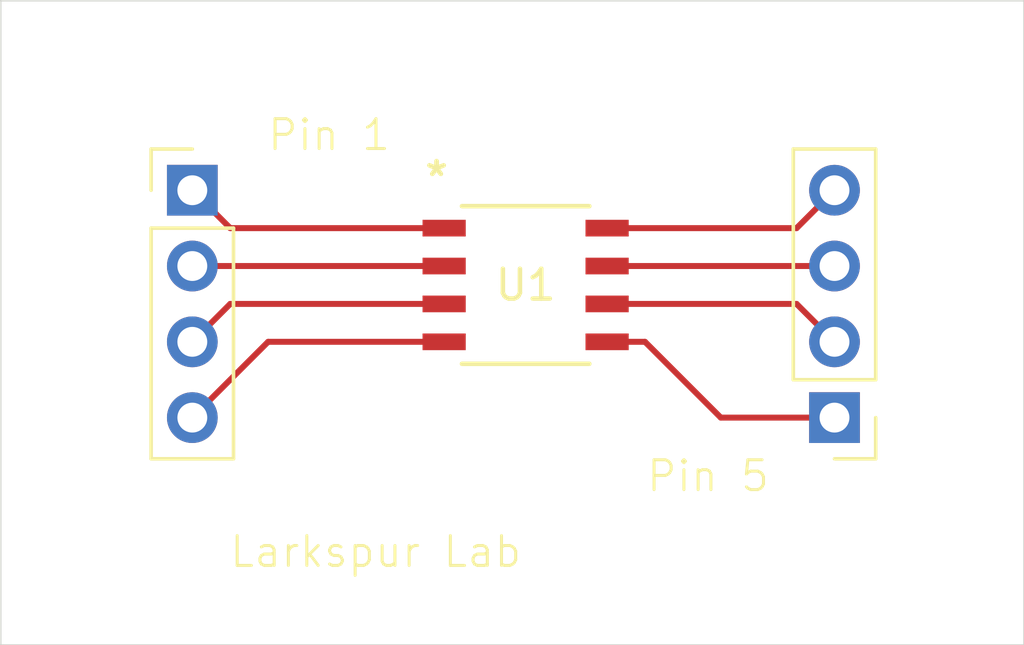
<source format=kicad_pcb>
(kicad_pcb (version 20241229) (generator "pcbnew") (generator_version "9.0")
  (layers (0 "F.Cu" signal) (2 "B.Cu" signal) (13 "F.Paste" user) (15 "B.Paste" user) (5 "F.SilkS" user "F.Silkscreen") (7 "B.SilkS" user "B.Silkscreen") (1 "F.Mask" user) (3 "B.Mask" user) (25 "Edge.Cuts" user))
  (net 0 "")
  (net 1 "Net-(J1-Pin_2)")
  (net 2 "Net-(J1-Pin_3)")
  (net 3 "Net-(J1-Pin_1)")
  (net 4 "Net-(J1-Pin_4)")
  (net 5 "Net-(J2-Pin_1)")
  (net 6 "Net-(J2-Pin_2)")
  (net 7 "Net-(J2-Pin_4)")
  (net 8 "Net-(J2-Pin_3)")
  (footprint "Connector_PinHeader_2.54mm:PinHeader_1x04_P2.54mm_Vertical" (layer "F.Cu") (at 163.83 92.71 180)
    (property "Reference" "J2" (hide yes))
    (property "Value" "Conn_01x04_Pin" (hide yes))
    (fp_line (start 1.38 1.27) (end 1.38 9) (stroke (width 0.12)) (layer "F.SilkS"))
    (fp_line (start -1.38 9) (end 1.38 9) (stroke (width 0.12)) (layer "F.SilkS"))
    (fp_line (start -1.38 1.27) (end 1.38 1.27) (stroke (width 0.12)) (layer "F.SilkS"))
    (fp_line (start -1.38 1.27) (end -1.38 9) (stroke (width 0.12)) (layer "F.SilkS"))
    (fp_line (start -1.38 0) (end -1.38 -1.38) (stroke (width 0.12)) (layer "F.SilkS"))
    (fp_line (start -1.38 -1.38) (end 0 -1.38) (stroke (width 0.12)) (layer "F.SilkS"))
    (pad "1" thru_hole rect (at 0 0 180) (size 1.7 1.7) (drill 1) (layers "*.Cu" "*.Mask") (net 5 "Net-(J2-Pin_1)"))
    (pad "2" thru_hole circle (at 0 2.54 180) (size 1.7 1.7) (drill 1) (layers "*.Cu" "*.Mask") (net 6 "Net-(J2-Pin_2)"))
    (pad "3" thru_hole circle (at 0 5.08 180) (size 1.7 1.7) (drill 1) (layers "*.Cu" "*.Mask") (net 8 "Net-(J2-Pin_3)"))
    (pad "4" thru_hole circle (at 0 7.62 180) (size 1.7 1.7) (drill 1) (layers "*.Cu" "*.Mask") (net 7 "Net-(J2-Pin_4)"))
  )
  (footprint "MX25V5126FM1I:8-SOP_MX25V_M1_MAC" (layer "F.Cu") (at 153.4795 88.265)
    (property "Reference" "U1" (at 0 0 0) (layer "F.SilkS"))
    (property "Value" "MX25V5126FM1I" (hide yes))
    (fp_line (start -2.1336 2.6416) (end 2.1336 2.6416) (stroke (width 0.1524)) (layer "F.SilkS"))
    (fp_line (start 2.1336 -2.6416) (end -2.1336 -2.6416) (stroke (width 0.1524)) (layer "F.SilkS"))
    (fp_text user "*" (at -2.9845 -3.6068 0) (layer "F.SilkS"))
    (fp_text user "*" (at -2.9845 -3.6068 0) (layer "F.SilkS"))
    (pad "1" smd rect (at -2.7305 -1.905) (size 1.4478 0.5588) (layers "F.Cu" "F.Mask" "F.Paste") (net 3 "Net-(J1-Pin_1)"))
    (pad "2" smd rect (at -2.7305 -0.635) (size 1.4478 0.5588) (layers "F.Cu" "F.Mask" "F.Paste") (net 1 "Net-(J1-Pin_2)"))
    (pad "3" smd rect (at -2.7305 0.635) (size 1.4478 0.5588) (layers "F.Cu" "F.Mask" "F.Paste") (net 2 "Net-(J1-Pin_3)"))
    (pad "4" smd rect (at -2.7305 1.905) (size 1.4478 0.5588) (layers "F.Cu" "F.Mask" "F.Paste") (net 4 "Net-(J1-Pin_4)"))
    (pad "5" smd rect (at 2.7305 1.905) (size 1.4478 0.5588) (layers "F.Cu" "F.Mask" "F.Paste") (net 5 "Net-(J2-Pin_1)"))
    (pad "6" smd rect (at 2.7305 0.635) (size 1.4478 0.5588) (layers "F.Cu" "F.Mask" "F.Paste") (net 6 "Net-(J2-Pin_2)"))
    (pad "7" smd rect (at 2.7305 -0.635) (size 1.4478 0.5588) (layers "F.Cu" "F.Mask" "F.Paste") (net 8 "Net-(J2-Pin_3)"))
    (pad "8" smd rect (at 2.7305 -1.905) (size 1.4478 0.5588) (layers "F.Cu" "F.Mask" "F.Paste") (net 7 "Net-(J2-Pin_4)"))
  )
  (footprint "Connector_PinHeader_2.54mm:PinHeader_1x04_P2.54mm_Vertical" (layer "F.Cu") (at 142.3099 85.09)
    (property "Reference" "J1" (hide yes))
    (property "Value" "Conn_01x04_Pin" (hide yes))
    (fp_line (start -1.38 -1.38) (end 0 -1.38) (stroke (width 0.12)) (layer "F.SilkS"))
    (fp_line (start -1.38 0) (end -1.38 -1.38) (stroke (width 0.12)) (layer "F.SilkS"))
    (fp_line (start -1.38 1.27) (end -1.38 9) (stroke (width 0.12)) (layer "F.SilkS"))
    (fp_line (start -1.38 1.27) (end 1.38 1.27) (stroke (width 0.12)) (layer "F.SilkS"))
    (fp_line (start -1.38 9) (end 1.38 9) (stroke (width 0.12)) (layer "F.SilkS"))
    (fp_line (start 1.38 1.27) (end 1.38 9) (stroke (width 0.12)) (layer "F.SilkS"))
    (pad "1" thru_hole rect (at 0 0) (size 1.7 1.7) (drill 1) (layers "*.Cu" "*.Mask") (net 3 "Net-(J1-Pin_1)"))
    (pad "2" thru_hole circle (at 0 2.54) (size 1.7 1.7) (drill 1) (layers "*.Cu" "*.Mask") (net 1 "Net-(J1-Pin_2)"))
    (pad "3" thru_hole circle (at 0 5.08) (size 1.7 1.7) (drill 1) (layers "*.Cu" "*.Mask") (net 2 "Net-(J1-Pin_3)"))
    (pad "4" thru_hole circle (at 0 7.62) (size 1.7 1.7) (drill 1) (layers "*.Cu" "*.Mask") (net 4 "Net-(J1-Pin_4)"))
  )
  (gr_rect (start 135.89 78.74) (end 170.18 100.33) (stroke (width 0.05)) (fill no) (layer "Edge.Cuts"))
  (gr_text "Pin 1" (at 144.78 83.82 0) (layer "F.SilkS") (effects (font (size 1 1) (thickness 0.1)) (justify left bottom)))
  (gr_text "Pin 5" (at 157.48 95.25 0) (layer "F.SilkS") (effects (font (size 1 1) (thickness 0.1)) (justify left bottom)))
  (gr_text "Larkspur Lab" (at 143.51 97.79 0) (layer "F.SilkS") (effects (font (size 1 1) (thickness 0.1)) (justify left bottom)))
  (segment (start 150.749 87.63) (end 142.3099 87.63) (width 0.2) (layer "F.Cu") (net 1))
  (segment (start 143.5799 88.9) (end 142.3099 90.17) (width 0.2) (layer "F.Cu") (net 2))
  (segment (start 150.749 88.9) (end 143.5799 88.9) (width 0.2) (layer "F.Cu") (net 2))
  (segment (start 143.5799 86.36) (end 142.3099 85.09) (width 0.2) (layer "F.Cu") (net 3))
  (segment (start 150.749 86.36) (end 143.5799 86.36) (width 0.2) (layer "F.Cu") (net 3))
  (segment (start 144.8499 90.17) (end 142.3099 92.71) (width 0.2) (layer "F.Cu") (net 4))
  (segment (start 150.749 90.17) (end 144.8499 90.17) (width 0.2) (layer "F.Cu") (net 4))
  (segment (start 160.02 92.71) (end 163.83 92.71) (width 0.2) (layer "F.Cu") (net 5))
  (segment (start 157.48 90.17) (end 160.02 92.71) (width 0.2) (layer "F.Cu") (net 5))
  (segment (start 156.21 90.17) (end 157.48 90.17) (width 0.2) (layer "F.Cu") (net 5))
  (segment (start 162.56 88.9) (end 163.83 90.17) (width 0.2) (layer "F.Cu") (net 6))
  (segment (start 156.21 88.9) (end 162.56 88.9) (width 0.2) (layer "F.Cu") (net 6))
  (segment (start 162.56 86.36) (end 163.83 85.09) (width 0.2) (layer "F.Cu") (net 7))
  (segment (start 156.21 86.36) (end 162.56 86.36) (width 0.2) (layer "F.Cu") (net 7))
  (segment (start 163.83 87.63) (end 156.21 87.63) (width 0.2) (layer "F.Cu") (net 8))
)
</source>
